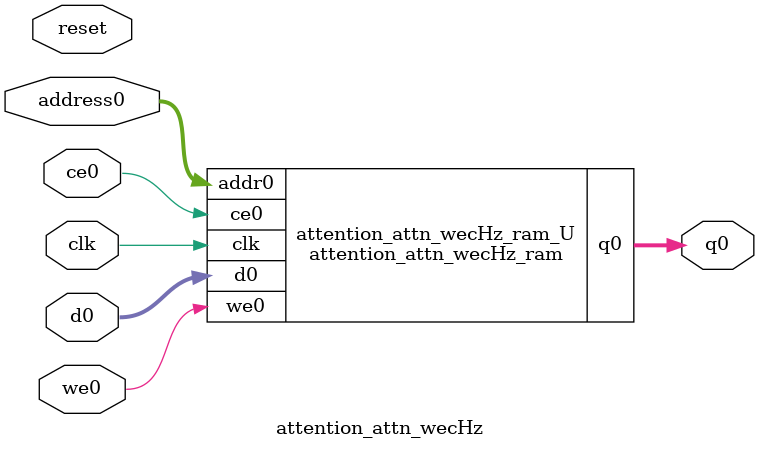
<source format=v>
`timescale 1 ns / 1 ps
module attention_attn_wecHz_ram (addr0, ce0, d0, we0, q0,  clk);

parameter DWIDTH = 40;
parameter AWIDTH = 6;
parameter MEM_SIZE = 48;

input[AWIDTH-1:0] addr0;
input ce0;
input[DWIDTH-1:0] d0;
input we0;
output reg[DWIDTH-1:0] q0;
input clk;

(* ram_style = "block" *)reg [DWIDTH-1:0] ram[0:MEM_SIZE-1];




always @(posedge clk)  
begin 
    if (ce0) begin
        if (we0) 
            ram[addr0] <= d0; 
        q0 <= ram[addr0];
    end
end


endmodule

`timescale 1 ns / 1 ps
module attention_attn_wecHz(
    reset,
    clk,
    address0,
    ce0,
    we0,
    d0,
    q0);

parameter DataWidth = 32'd40;
parameter AddressRange = 32'd48;
parameter AddressWidth = 32'd6;
input reset;
input clk;
input[AddressWidth - 1:0] address0;
input ce0;
input we0;
input[DataWidth - 1:0] d0;
output[DataWidth - 1:0] q0;



attention_attn_wecHz_ram attention_attn_wecHz_ram_U(
    .clk( clk ),
    .addr0( address0 ),
    .ce0( ce0 ),
    .we0( we0 ),
    .d0( d0 ),
    .q0( q0 ));

endmodule


</source>
